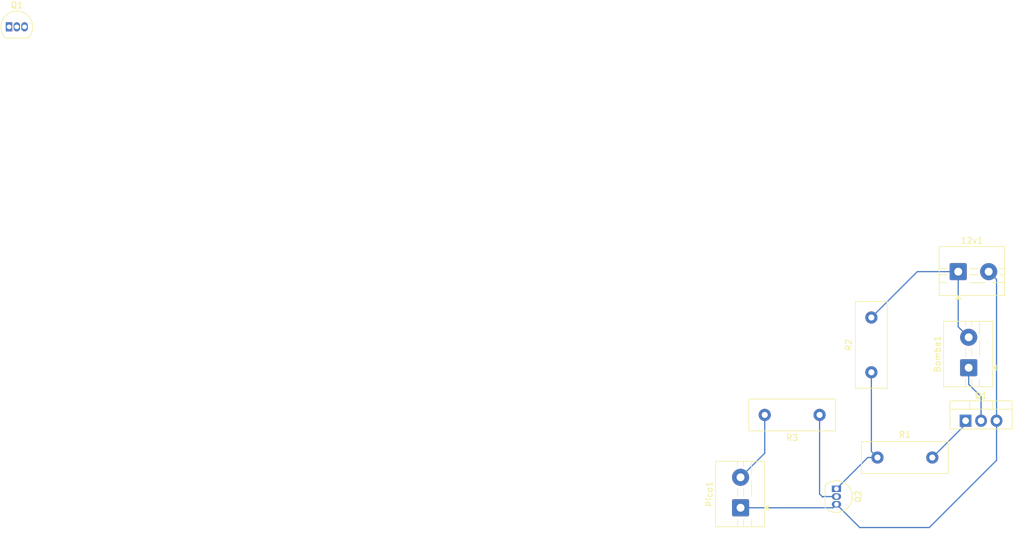
<source format=kicad_pcb>
(kicad_pcb (version 20241229) (generator "pcbnew") (generator_version "9.0")
  (layers (0 "F.Cu" signal) (2 "B.Cu" signal) (13 "F.Paste" user) (15 "B.Paste" user) (5 "F.SilkS" user "F.Silkscreen") (7 "B.SilkS" user "B.Silkscreen") (1 "F.Mask" user) (3 "B.Mask" user) (25 "Edge.Cuts" user))
  (net 0 "")
  (net 4 "Net-(12v1-Pin_1)")
  (net 5 "Net-(12v1-Pin_2)")
  (net 6 "Net-(Bomba1-Pin_1)")
  (net 7 "Net-(Pico1-Pin_2)")
  (net 8 "Net-(Q1-G)")
  (net 9 "Net-(Q2-C)")
  (net 10 "Net-(Q2-B)")
  (footprint "TerminalBlock:TerminalBlock_MaiXu_MX126-5.0-02P_1x02_P5.00mm" (layer "F.Cu") (at 157.25 42.9675)
    (property "Reference" "12v1" (at 2.25 -5.12 0) (layer "F.SilkS"))
    (property "Value" "Screw_Terminal_01x02")
    (fp_line (start -3.12 -4.12) (end -3.12 3.92) (stroke (width 0.12)) (layer "F.SilkS"))
    (fp_line (start -3.12 -4.12) (end 7.62 -4.12) (stroke (width 0.12)) (layer "F.SilkS"))
    (fp_line (start -3.12 -0.5) (end -1.88 -0.5) (stroke (width 0.12)) (layer "F.SilkS"))
    (fp_line (start -3.12 0.5) (end -1.88 0.5) (stroke (width 0.12)) (layer "F.SilkS"))
    (fp_line (start -3.12 1.8) (end -1.88 1.8) (stroke (width 0.12)) (layer "F.SilkS"))
    (fp_line (start -3.12 3.92) (end -0.3 3.92) (stroke (width 0.12)) (layer "F.SilkS"))
    (fp_line (start 0.3 3.92) (end 7.62 3.92) (stroke (width 0.12)) (layer "F.SilkS"))
    (fp_line (start 1.88 -0.5) (end 3.188 -0.5) (stroke (width 0.12)) (layer "F.SilkS"))
    (fp_line (start 1.88 0.5) (end 3.188 0.5) (stroke (width 0.12)) (layer "F.SilkS"))
    (fp_line (start 1.88 1.8) (end 4.457 1.8) (stroke (width 0.12)) (layer "F.SilkS"))
    (fp_line (start 5.543 1.8) (end 7.62 1.8) (stroke (width 0.12)) (layer "F.SilkS"))
    (fp_line (start 6.812 -0.5) (end 7.62 -0.5) (stroke (width 0.12)) (layer "F.SilkS"))
    (fp_line (start 6.812 0.5) (end 7.62 0.5) (stroke (width 0.12)) (layer "F.SilkS"))
    (fp_line (start 7.62 -4.12) (end 7.62 3.92) (stroke (width 0.12)) (layer "F.SilkS"))
    (fp_poly (pts (xy 0 3.92) (xy 0.44 4.53) (xy -0.44 4.53)) (stroke (width 0.12)) (fill yes) (layer "F.SilkS"))
    (pad "1" thru_hole roundrect (at 0 0) (size 2.8 2.8) (drill 1.3) (layers "*.Cu" "*.Mask") (roundrect_rratio 0.089286) (net 4 "Net-(12v1-Pin_1)"))
    (pad "2" thru_hole circle (at 5 0) (size 2.8 2.8) (drill 1.3) (layers "*.Cu" "*.Mask") (net 5 "Net-(12v1-Pin_2)"))
  )
  (footprint "Package_TO_SOT_THT:TO-220-3_Vertical" (layer "F.Cu") (at 158.46 67.45)
    (property "Reference" "Q1" (at 2.54 -4.1 0) (layer "F.SilkS"))
    (property "Value" "IRF540N")
    (fp_line (start -2.57 -3.26) (end -2.57 1.36) (stroke (width 0.12)) (layer "F.SilkS"))
    (fp_line (start -2.57 -3.26) (end 7.65 -3.26) (stroke (width 0.12)) (layer "F.SilkS"))
    (fp_line (start -2.57 -1.88) (end 7.65 -1.88) (stroke (width 0.12)) (layer "F.SilkS"))
    (fp_line (start -2.57 1.36) (end 7.65 1.36) (stroke (width 0.12)) (layer "F.SilkS"))
    (fp_line (start 0.69 -3.26) (end 0.69 -1.88) (stroke (width 0.12)) (layer "F.SilkS"))
    (fp_line (start 4.39 -3.26) (end 4.39 -1.88) (stroke (width 0.12)) (layer "F.SilkS"))
    (fp_line (start 7.65 -3.26) (end 7.65 1.36) (stroke (width 0.12)) (layer "F.SilkS"))
    (pad "1" thru_hole rect (at 0 0) (size 1.905 2) (drill 1.1) (layers "*.Cu" "*.Mask") (net 8 "Net-(Q1-G)"))
    (pad "2" thru_hole oval (at 2.54 0) (size 1.905 2) (drill 1.1) (layers "*.Cu" "*.Mask") (net 6 "Net-(Bomba1-Pin_1)"))
    (pad "3" thru_hole oval (at 5.08 0) (size 1.905 2) (drill 1.1) (layers "*.Cu" "*.Mask") (net 5 "Net-(12v1-Pin_2)"))
  )
  (footprint "Resistor_THT:R_Box_L14.0mm_W5.0mm_P9.00mm" (layer "F.Cu") (at 144 73.5)
    (property "Reference" "R1" (at 4.5 -3.75 0) (layer "F.SilkS"))
    (property "Value" "56")
    (fp_line (start -2.62 -2.62) (end -2.62 2.62) (stroke (width 0.12)) (layer "F.SilkS"))
    (fp_line (start -2.62 -2.62) (end 11.62 -2.62) (stroke (width 0.12)) (layer "F.SilkS"))
    (fp_line (start -2.62 2.62) (end 11.62 2.62) (stroke (width 0.12)) (layer "F.SilkS"))
    (fp_line (start 11.62 -2.62) (end 11.62 2.62) (stroke (width 0.12)) (layer "F.SilkS"))
    (pad "1" thru_hole circle (at 0 0) (size 2 2) (drill 1) (layers "*.Cu" "*.Mask") (net 9 "Net-(Q2-C)"))
    (pad "2" thru_hole circle (at 9 0) (size 2 2) (drill 1) (layers "*.Cu" "*.Mask") (net 8 "Net-(Q1-G)"))
  )
  (footprint "TerminalBlock:TerminalBlock_MaiXu_MX126-5.0-02P_1x02_P5.00mm" (layer "F.Cu") (at 158.9675 58.75 90)
    (property "Reference" "Bomba1" (at 2.25 -5.12 90) (layer "F.SilkS"))
    (property "Value" "Screw_Terminal_01x02")
    (fp_line (start 7.62 -4.12) (end 7.62 3.92) (stroke (width 0.12)) (layer "F.SilkS"))
    (fp_line (start -3.12 -4.12) (end 7.62 -4.12) (stroke (width 0.12)) (layer "F.SilkS"))
    (fp_line (start -3.12 -4.12) (end -3.12 3.92) (stroke (width 0.12)) (layer "F.SilkS"))
    (fp_line (start 6.812 -0.5) (end 7.62 -0.5) (stroke (width 0.12)) (layer "F.SilkS"))
    (fp_line (start 1.88 -0.5) (end 3.188 -0.5) (stroke (width 0.12)) (layer "F.SilkS"))
    (fp_line (start -3.12 -0.5) (end -1.88 -0.5) (stroke (width 0.12)) (layer "F.SilkS"))
    (fp_line (start 6.812 0.5) (end 7.62 0.5) (stroke (width 0.12)) (layer "F.SilkS"))
    (fp_line (start 1.88 0.5) (end 3.188 0.5) (stroke (width 0.12)) (layer "F.SilkS"))
    (fp_line (start -3.12 0.5) (end -1.88 0.5) (stroke (width 0.12)) (layer "F.SilkS"))
    (fp_line (start 5.543 1.8) (end 7.62 1.8) (stroke (width 0.12)) (layer "F.SilkS"))
    (fp_line (start 1.88 1.8) (end 4.457 1.8) (stroke (width 0.12)) (layer "F.SilkS"))
    (fp_line (start -3.12 1.8) (end -1.88 1.8) (stroke (width 0.12)) (layer "F.SilkS"))
    (fp_line (start 0.3 3.92) (end 7.62 3.92) (stroke (width 0.12)) (layer "F.SilkS"))
    (fp_line (start -3.12 3.92) (end -0.3 3.92) (stroke (width 0.12)) (layer "F.SilkS"))
    (fp_poly (pts (xy 0 3.92) (xy 0.44 4.53) (xy -0.44 4.53)) (stroke (width 0.12)) (fill yes) (layer "F.SilkS"))
    (pad "1" thru_hole roundrect (at 0 0 90) (size 2.8 2.8) (drill 1.3) (layers "*.Cu" "*.Mask") (roundrect_rratio 0.089286) (net 6 "Net-(Bomba1-Pin_1)"))
    (pad "2" thru_hole circle (at 5 0 90) (size 2.8 2.8) (drill 1.3) (layers "*.Cu" "*.Mask") (net 4 "Net-(12v1-Pin_1)"))
  )
  (footprint "Package_TO_SOT_THT:TO-92_Inline" (layer "F.Cu") (at 1.485 2.755)
    (property "Reference" "Q1" (at 1.27 -3.56 0) (layer "F.SilkS"))
    (property "Value" "BS108")
    (fp_line (start -0.53 1.85) (end 3.07 1.85) (stroke (width 0.12)) (layer "F.SilkS"))
    (fp_arc (start -0.568478 1.838478) (mid -1.132087 -0.994977) (end 1.27 -2.6) (stroke (width 0.12)) (layer "F.SilkS"))
    (fp_arc (start 1.27 -2.6) (mid 3.672087 -0.994977) (end 3.108478 1.838478) (stroke (width 0.12)) (layer "F.SilkS"))
    (pad "1" thru_hole rect (at 0 0) (size 1.05 1.5) (drill 0.75) (layers "*.Cu" "*.Mask"))
    (pad "2" thru_hole oval (at 1.27 0) (size 1.05 1.5) (drill 0.75) (layers "*.Cu" "*.Mask"))
    (pad "3" thru_hole oval (at 2.54 0) (size 1.05 1.5) (drill 0.75) (layers "*.Cu" "*.Mask"))
  )
  (footprint "Resistor_THT:R_Box_L14.0mm_W5.0mm_P9.00mm" (layer "F.Cu") (at 143 59.5 90)
    (property "Reference" "R2" (at 4.5 -3.75 90) (layer "F.SilkS"))
    (property "Value" "100000")
    (fp_line (start 11.62 -2.62) (end 11.62 2.62) (stroke (width 0.12)) (layer "F.SilkS"))
    (fp_line (start -2.62 -2.62) (end 11.62 -2.62) (stroke (width 0.12)) (layer "F.SilkS"))
    (fp_line (start -2.62 -2.62) (end -2.62 2.62) (stroke (width 0.12)) (layer "F.SilkS"))
    (fp_line (start -2.62 2.62) (end 11.62 2.62) (stroke (width 0.12)) (layer "F.SilkS"))
    (pad "1" thru_hole circle (at 0 0 90) (size 2 2) (drill 1) (layers "*.Cu" "*.Mask") (net 9 "Net-(Q2-C)"))
    (pad "2" thru_hole circle (at 9 0 90) (size 2 2) (drill 1) (layers "*.Cu" "*.Mask") (net 4 "Net-(12v1-Pin_1)"))
  )
  (footprint "Package_TO_SOT_THT:TO-92_Inline" (layer "F.Cu") (at 137.27 78.64 -90)
    (property "Reference" "Q2" (at 1.27 -3.56 90) (layer "F.SilkS"))
    (property "Value" "BC337")
    (fp_line (start -0.53 1.85) (end 3.07 1.85) (stroke (width 0.12)) (layer "F.SilkS"))
    (fp_arc (start -0.568478 1.838478) (mid -1.132087 -0.994977) (end 1.27 -2.6) (stroke (width 0.12)) (layer "F.SilkS"))
    (fp_arc (start 1.27 -2.6) (mid 3.672087 -0.994977) (end 3.108478 1.838478) (stroke (width 0.12)) (layer "F.SilkS"))
    (pad "1" thru_hole rect (at 0 0 270) (size 1.05 1.5) (drill 0.75) (layers "*.Cu" "*.Mask") (net 9 "Net-(Q2-C)"))
    (pad "2" thru_hole oval (at 1.27 0 270) (size 1.05 1.5) (drill 0.75) (layers "*.Cu" "*.Mask") (net 10 "Net-(Q2-B)"))
    (pad "3" thru_hole oval (at 2.54 0 270) (size 1.05 1.5) (drill 0.75) (layers "*.Cu" "*.Mask") (net 5 "Net-(12v1-Pin_2)"))
  )
  (footprint "TerminalBlock:TerminalBlock_MaiXu_MX126-5.0-02P_1x02_P5.00mm" (layer "F.Cu") (at 121.5325 81.75 90)
    (property "Reference" "Pico1" (at 2.25 -5.12 90) (layer "F.SilkS"))
    (property "Value" "Screw_Terminal_01x02")
    (fp_line (start 7.62 -4.12) (end 7.62 3.92) (stroke (width 0.12)) (layer "F.SilkS"))
    (fp_line (start -3.12 -4.12) (end 7.62 -4.12) (stroke (width 0.12)) (layer "F.SilkS"))
    (fp_line (start -3.12 -4.12) (end -3.12 3.92) (stroke (width 0.12)) (layer "F.SilkS"))
    (fp_line (start 6.812 -0.5) (end 7.62 -0.5) (stroke (width 0.12)) (layer "F.SilkS"))
    (fp_line (start 1.88 -0.5) (end 3.188 -0.5) (stroke (width 0.12)) (layer "F.SilkS"))
    (fp_line (start -3.12 -0.5) (end -1.88 -0.5) (stroke (width 0.12)) (layer "F.SilkS"))
    (fp_line (start 6.812 0.5) (end 7.62 0.5) (stroke (width 0.12)) (layer "F.SilkS"))
    (fp_line (start 1.88 0.5) (end 3.188 0.5) (stroke (width 0.12)) (layer "F.SilkS"))
    (fp_line (start -3.12 0.5) (end -1.88 0.5) (stroke (width 0.12)) (layer "F.SilkS"))
    (fp_line (start 5.543 1.8) (end 7.62 1.8) (stroke (width 0.12)) (layer "F.SilkS"))
    (fp_line (start 1.88 1.8) (end 4.457 1.8) (stroke (width 0.12)) (layer "F.SilkS"))
    (fp_line (start -3.12 1.8) (end -1.88 1.8) (stroke (width 0.12)) (layer "F.SilkS"))
    (fp_line (start 0.3 3.92) (end 7.62 3.92) (stroke (width 0.12)) (layer "F.SilkS"))
    (fp_line (start -3.12 3.92) (end -0.3 3.92) (stroke (width 0.12)) (layer "F.SilkS"))
    (fp_poly (pts (xy 0 3.92) (xy 0.44 4.53) (xy -0.44 4.53)) (stroke (width 0.12)) (fill yes) (layer "F.SilkS"))
    (pad "1" thru_hole roundrect (at 0 0 90) (size 2.8 2.8) (drill 1.3) (layers "*.Cu" "*.Mask") (roundrect_rratio 0.089286) (net 5 "Net-(12v1-Pin_2)"))
    (pad "2" thru_hole circle (at 5 0 90) (size 2.8 2.8) (drill 1.3) (layers "*.Cu" "*.Mask") (net 7 "Net-(Pico1-Pin_2)"))
  )
  (footprint "Resistor_THT:R_Box_L14.0mm_W5.0mm_P9.00mm" (layer "F.Cu") (at 134.5 66.5 180)
    (property "Reference" "R3" (at 4.5 -3.75 0) (layer "F.SilkS"))
    (property "Value" "4700")
    (fp_line (start 11.62 -2.62) (end 11.62 2.62) (stroke (width 0.12)) (layer "F.SilkS"))
    (fp_line (start -2.62 2.62) (end 11.62 2.62) (stroke (width 0.12)) (layer "F.SilkS"))
    (fp_line (start -2.62 -2.62) (end 11.62 -2.62) (stroke (width 0.12)) (layer "F.SilkS"))
    (fp_line (start -2.62 -2.62) (end -2.62 2.62) (stroke (width 0.12)) (layer "F.SilkS"))
    (pad "1" thru_hole circle (at 0 0 180) (size 2 2) (drill 1) (layers "*.Cu" "*.Mask") (net 10 "Net-(Q2-B)"))
    (pad "2" thru_hole circle (at 9 0 180) (size 2 2) (drill 1) (layers "*.Cu" "*.Mask") (net 7 "Net-(Pico1-Pin_2)"))
  )
  (segment (start 143 50.5) (end 150.5325 42.9675) (width 0.2) (layer "B.Cu") (net 4))
  (segment (start 157.25 42.9675) (end 157.25 52.0325) (width 0.2) (layer "B.Cu") (net 4))
  (segment (start 150.5325 42.9675) (end 157.25 42.9675) (width 0.2) (layer "B.Cu") (net 4))
  (segment (start 157.25 52.0325) (end 158.9675 53.75) (width 0.2) (layer "B.Cu") (net 4))
  (segment (start 141.09 85) (end 152.5 85) (width 0.2) (layer "B.Cu") (net 5))
  (segment (start 152.5 85) (end 163.54 73.96) (width 0.2) (layer "B.Cu") (net 5))
  (segment (start 121.5325 81.75) (end 136.7 81.75) (width 0.2) (layer "B.Cu") (net 5))
  (segment (start 137.27 81.18) (end 141.09 85) (width 0.2) (layer "B.Cu") (net 5))
  (segment (start 163.54 67.45) (end 163.54 44.2575) (width 0.2) (layer "B.Cu") (net 5))
  (segment (start 163.54 44.2575) (end 162.25 42.9675) (width 0.2) (layer "B.Cu") (net 5))
  (segment (start 163.54 73.96) (end 163.54 67.45) (width 0.2) (layer "B.Cu") (net 5))
  (segment (start 136.7 81.75) (end 137.27 81.18) (width 0.2) (layer "B.Cu") (net 5))
  (segment (start 161 63.5) (end 161 67.45) (width 0.2) (layer "B.Cu") (net 6))
  (segment (start 158.9675 58.75) (end 158.9675 61.4675) (width 0.2) (layer "B.Cu") (net 6))
  (segment (start 158.9675 61.4675) (end 161 63.5) (width 0.2) (layer "B.Cu") (net 6))
  (segment (start 125.5 72.7825) (end 125.5 66.5) (width 0.2) (layer "B.Cu") (net 7))
  (segment (start 121.5325 76.75) (end 125.5 72.7825) (width 0.2) (layer "B.Cu") (net 7))
  (segment (start 158.46 68.04) (end 153 73.5) (width 0.2) (layer "B.Cu") (net 8))
  (segment (start 158.46 67.45) (end 158.46 68.04) (width 0.2) (layer "B.Cu") (net 8))
  (segment (start 144 73.5) (end 143 72.5) (width 0.2) (layer "B.Cu") (net 9))
  (segment (start 143 72.5) (end 143 59.5) (width 0.2) (layer "B.Cu") (net 9))
  (segment (start 144 73.5) (end 142.41 73.5) (width 0.2) (layer "B.Cu") (net 9))
  (segment (start 142.41 73.5) (end 137.27 78.64) (width 0.2) (layer "B.Cu") (net 9))
  (segment (start 134.5 66.5) (end 134.5 79.5) (width 0.2) (layer "B.Cu") (net 10))
  (segment (start 135 80) (end 135.09 79.91) (width 0.2) (layer "B.Cu") (net 10))
  (segment (start 135.09 79.91) (end 137.27 79.91) (width 0.2) (layer "B.Cu") (net 10))
  (segment (start 134.5 79.5) (end 135 80) (width 0.2) (layer "B.Cu") (net 10))
)
</source>
